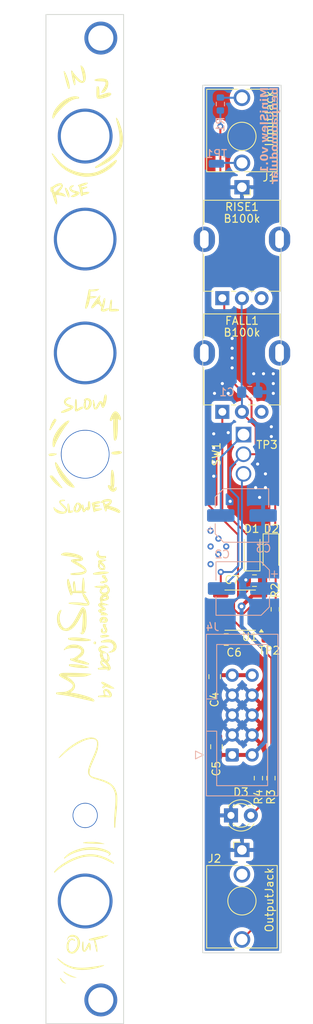
<source format=kicad_pcb>
(kicad_pcb (version 20240108) (generator "pcbnew") (generator_version "8.0")
  (title_block (title "MiniSlew") (rev "v0.1") (company "benjiaomodular") (comment 1 "Slew Limiter for Eurorack"))
  (layers (0 "F.Cu" signal) (31 "B.Cu" signal) (34 "B.Paste" user) (35 "F.Paste" user) (36 "B.SilkS" user "B.Silkscreen") (37 "F.SilkS" user "F.Silkscreen") (38 "B.Mask" user) (39 "F.Mask" user) (44 "Edge.Cuts" user))
  (net 0 "")
  (net 1 "GND")
  (net 2 "Net-(SW1-3)")
  (net 3 "Net-(SW1-4)")
  (net 4 "Net-(C3-Pad1)")
  (net 5 "+12V")
  (net 6 "-12V")
  (net 7 "Net-(D1-K)")
  (net 8 "Net-(D1-A)")
  (net 9 "Net-(D2-K)")
  (net 10 "Net-(D3-A)")
  (net 11 "Net-(J1-PadTN)")
  (net 12 "Net-(J1-PadT)")
  (net 14 "Net-(J2-PadT)")
  (net 15 "Net-(U1A-+)")
  (net 16 "Net-(U1A--)")
  (net 17 "Net-(U1B--)")
  (footprint "benjiaomodular:PanelHole_Potentiometer_RV09" (layer "F.Cu") (at 109.5 101.4 90)
    (property "Reference" "REF**" (hide yes))
    (property "Value" "PanelHole_Potentiometer_RV09" (hide yes))
    (pad "" np_thru_hole circle (at 7.5 2.5 180) (size 8 8) (drill 7.2) (layers "*.Cu" "*.Mask"))
  )
  (footprint "benjiaomodular:PanelHole_AudioJack_3.5mm" (layer "F.Cu") (at 112 72.78 180)
    (property "Reference" "REF**")
    (property "Value" "PanelHole_AudioJack_3.5mm")
    (pad "" np_thru_hole circle (at 0 6.5) (size 7 7) (drill 6.2) (layers "F&B.Cu" "*.Mask"))
  )
  (footprint "benjiaomodular:PanelHole_Potentiometer_RV09" (layer "F.Cu") (at 109.5 86.9 90)
    (property "Reference" "REF**" (hide yes))
    (property "Value" "PanelHole_Potentiometer_RV09" (hide yes))
    (pad "" np_thru_hole circle (at 7.5 2.5 180) (size 8 8) (drill 7.2) (layers "F&B.Cu" "*.Mask"))
  )
  (footprint "Diode_SMD:D_SOD-123" (layer "F.Cu") (at 133.3 119.3 90)
    (property "Reference" "D1" (at 3 -0.05 0) (layer "F.SilkS"))
    (property "Value" "BAT43")
    (pad "1" smd roundrect (at -1.65 0 90) (size 0.9 1.2) (layers "F.Cu" "F.Paste" "F.Mask") (net 7 "Net-(D1-K)"))
    (pad "2" smd roundrect (at 1.65 0 90) (size 0.9 1.2) (layers "F.Cu" "F.Paste" "F.Mask") (net 8 "Net-(D1-A)"))
  )
  (footprint "benjiaomodular:AudioJack_3.5mm" (layer "F.Cu") (at 132 72.8 180)
    (property "Reference" "J1" (at -3.5 1.25 0) (layer "F.SilkS"))
    (property "Value" "InputJack" (at -3.5 8.75 90) (layer "F.SilkS"))
    (pad "S" thru_hole rect (at 0 0) (size 1.93 1.83) (drill 1.22) (layers "*.Cu" "*.Mask") (net 1 "GND"))
    (pad "T" thru_hole circle (at 0 11.4) (size 2.13 2.13) (drill 1.43) (layers "*.Cu" "*.Mask") (net 12 "Net-(J1-PadT)"))
    (pad "TN" thru_hole circle (at 0 3.1) (size 2.13 2.13) (drill 1.42) (layers "*.Cu" "*.Mask") (net 11 "Net-(J1-PadTN)"))
  )
  (footprint "benjiaomodular:Panel_2HP" (layer "F.Cu") (at 107 50.8)
    (property "Reference" "REF**")
    (property "Value" "Panel_2HP")
    (pad "" thru_hole oval (at 7 3) (size 4.2 4.2) (drill oval 3.2) (layers "*.Cu" "*.Mask"))
    (pad "" thru_hole oval (at 7 125.5) (size 4.2 4.2) (drill oval 3.2) (layers "*.Cu" "*.Mask"))
  )
  (footprint "benjiaomodular:PanelHole_AudioJack_3.5mm" (layer "F.Cu") (at 112 157.2)
    (property "Reference" "REF**")
    (property "Value" "PanelHole_AudioJack_3.5mm")
    (pad "" np_thru_hole circle (at 0 6.5 180) (size 7 7) (drill 6.2) (layers "*.Cu" "*.Mask"))
  )
  (footprint "Resistor_SMD:R_0603_1608Metric" (layer "F.Cu") (at 134.1 148.05 90)
    (property "Reference" "R4" (at -2.4 0 90) (layer "F.SilkS"))
    (property "Value" "4.7k")
    (pad "1" smd roundrect (at -0.825 0 90) (size 0.8 0.95) (layers "F.Cu" "F.Paste" "F.Mask") (net 10 "Net-(D3-A)"))
    (pad "2" smd roundrect (at 0.825 0 90) (size 0.8 0.95) (layers "F.Cu" "F.Paste" "F.Mask") (net 17 "Net-(U1B--)"))
  )
  (footprint "Diode_SMD:D_SOD-123" (layer "F.Cu") (at 135.7 119.3 -90)
    (property "Reference" "D2" (at -3 -0.05 180) (layer "F.SilkS"))
    (property "Value" "BAT43")
    (pad "1" smd roundrect (at -1.65 0 270) (size 0.9 1.2) (layers "F.Cu" "F.Paste" "F.Mask") (net 9 "Net-(D2-K)"))
    (pad "2" smd roundrect (at 1.65 0 270) (size 0.9 1.2) (layers "F.Cu" "F.Paste" "F.Mask") (net 7 "Net-(D1-K)"))
  )
  (footprint "Connector_Wire:SolderWirePad_1x01_SMD_1x2mm" (layer "F.Cu") (at 134.75 106.8 90)
    (property "Reference" "TP3" (at 1.2 0.45 180) (layer "F.SilkS"))
    (property "Value" "TestPoint")
    (pad "1" smd roundrect (at 0 0 90) (size 1 2) (layers "F.Cu" "F.Paste" "F.Mask") (net 2 "Net-(SW1-3)"))
  )
  (footprint "LOGO" (layer "F.Cu") (at 112 114.6)
    (property "Reference" "G***" (hide yes))
    (property "Value" "LOGO" (hide yes))
  )
  (footprint "benjiaomodular:AudioJack_3.5mm" (layer "F.Cu") (at 132 157.2)
    (property "Reference" "J2" (at -3.5 1.1 0) (layer "F.SilkS"))
    (property "Value" "OutputJack" (at 3.5 6.35 90) (layer "F.SilkS"))
    (pad "S" thru_hole rect (at 0 0 180) (size 1.93 1.83) (drill 1.22) (layers "*.Cu" "*.Mask") (net 1 "GND"))
    (pad "T" thru_hole circle (at 0 11.4 180) (size 2.13 2.13) (drill 1.43) (layers "*.Cu" "*.Mask") (net 14 "Net-(J2-PadT)"))
    (pad "TN" thru_hole circle (at 0 3.1 180) (size 2.13 2.13) (drill 1.42) (layers "*.Cu" "*.Mask"))
  )
  (footprint "LED_THT:LED_D3.0mm" (layer "F.Cu") (at 130.6 152.8)
    (property "Reference" "D3" (at 1.27 -2.96 360) (layer "F.SilkS"))
    (property "Value" "LED")
    (pad "1" thru_hole rect (at 0 0) (size 1.8 1.8) (drill 0.9) (layers "*.Cu" "*.Mask") (net 1 "GND"))
    (pad "2" thru_hole circle (at 2.54 0) (size 1.8 1.8) (drill 0.9) (layers "*.Cu" "*.Mask") (net 10 "Net-(D3-A)"))
  )
  (footprint "Resistor_SMD:R_0603_1608Metric" (layer "F.Cu") (at 136.25 126.55 90)
    (property "Reference" "R2" (at 2.4 0 90) (layer "F.SilkS"))
    (property "Value" "100")
    (pad "1" smd roundrect (at -0.825 0 90) (size 0.8 0.95) (layers "F.Cu" "F.Paste" "F.Mask") (net 16 "Net-(U1A--)"))
    (pad "2" smd roundrect (at 0.825 0 90) (size 0.8 0.95) (layers "F.Cu" "F.Paste" "F.Mask") (net 7 "Net-(D1-K)"))
  )
  (footprint "Capacitor_SMD:C_0805_2012Metric_Pad1.18x1.45mm_HandSolder" (layer "F.Cu") (at 128.524 135.128 -90)
    (property "Reference" "C4" (at 2.922 0.024 90) (layer "F.SilkS"))
    (property "Value" "22uF")
    (pad "1" smd roundrect (at -1.0375 0 270) (size 1.175 1.45) (layers "F.Cu" "F.Paste" "F.Mask") (roundrect_rratio 0.212766) (net 5 "+12V"))
    (pad "2" smd roundrect (at 1.0375 0 270) (size 1.175 1.45) (layers "F.Cu" "F.Paste" "F.Mask") (roundrect_rratio 0.212766) (net 1 "GND"))
  )
  (footprint "Package_SO:SOIC-8_3.9x4.9mm_P1.27mm" (layer "F.Cu") (at 131.775 126.6575 180)
    (property "Reference" "U1" (at -1.225 -3.3925 180) (layer "F.SilkS"))
    (property "Value" "TL072")
    (pad "1" smd roundrect (at -2.475 -1.905 180) (size 1.95 0.6) (layers "F.Cu" "F.Paste" "F.Mask") (net 16 "Net-(U1A--)"))
    (pad "2" smd roundrect (at -2.475 -0.635 180) (size 1.95 0.6) (layers "F.Cu" "F.Paste" "F.Mask") (net 16 "Net-(U1A--)"))
    (pad "3" smd roundrect (at -2.475 0.635 180) (size 1.95 0.6) (layers "F.Cu" "F.Paste" "F.Mask") (net 15 "Net-(U1A-+)"))
    (pad "4" smd roundrect (at -2.475 1.905 180) (size 1.95 0.6) (layers "F.Cu" "F.Paste" "F.Mask") (net 6 "-12V"))
    (pad "5" smd roundrect (at 2.475 1.905 180) (size 1.95 0.6) (layers "F.Cu" "F.Paste" "F.Mask") (net 2 "Net-(SW1-3)"))
    (pad "6" smd roundrect (at 2.475 0.635 180) (size 1.95 0.6) (layers "F.Cu" "F.Paste" "F.Mask") (net 17 "Net-(U1B--)"))
    (pad "7" smd roundrect (at 2.475 -0.635 180) (size 1.95 0.6) (layers "F.Cu" "F.Paste" "F.Mask") (net 17 "Net-(U1B--)"))
    (pad "8" smd roundrect (at 2.475 -1.905 180) (size 1.95 0.6) (layers "F.Cu" "F.Paste" "F.Mask") (net 5 "+12V"))
  )
  (footprint "benjiaomodular:Potentiometer_RV09" (layer "F.Cu") (at 129.5 101.4 90)
    (property "Reference" "FALL1" (at 11.6 2.5 180) (layer "F.SilkS"))
    (property "Value" "B100k" (at 10.1 2.5 180) (layer "F.SilkS"))
    (pad "" thru_hole oval (at 7.5 -2.3 180) (size 2.72 3.24) (drill oval 1.1 2.3) (layers "*.Cu" "*.Mask"))
    (pad "" thru_hole oval (at 7.5 7.3 180) (size 2.72 3.24) (drill oval 1.1 2.3) (layers "*.Cu" "*.Mask"))
    (pad "1" thru_hole rect (at 0 0 180) (size 1.8 1.8) (drill 1) (layers "*.Cu" "*.Mask") (net 8 "Net-(D1-A)"))
    (pad "2" thru_hole circle (at 0 2.5 180) (size 1.8 1.8) (drill 1) (layers "*.Cu" "*.Mask") (net 2 "Net-(SW1-3)"))
    (pad "3" thru_hole circle (at 0 5 180) (size 1.8 1.8) (drill 1) (layers "*.Cu" "*.Mask"))
  )
  (footprint "Capacitor_SMD:C_0805_2012Metric_Pad1.18x1.45mm_HandSolder" (layer "F.Cu") (at 128.75 144.05 -90)
    (property "Reference" "C5" (at 2.794 0.024 90) (layer "F.SilkS"))
    (property "Value" "22uF")
    (pad "1" smd roundrect (at -1.0375 0 270) (size 1.175 1.45) (layers "F.Cu" "F.Paste" "F.Mask") (roundrect_rratio 0.212766) (net 1 "GND"))
    (pad "2" smd roundrect (at 1.0375 0 270) (size 1.175 1.45) (layers "F.Cu" "F.Paste" "F.Mask") (roundrect_rratio 0.212766) (net 6 "-12V"))
  )
  (footprint "Resistor_SMD:R_0603_1608Metric" (layer "F.Cu") (at 135.7 148.05 -90)
    (property "Reference" "R3" (at 2.4 0 90) (layer "F.SilkS"))
    (property "Value" "1k")
    (pad "1" smd roundrect (at -0.825 0 270) (size 0.8 0.95) (layers "F.Cu" "F.Paste" "F.Mask") (net 17 "Net-(U1B--)"))
    (pad "2" smd roundrect (at 0.825 0 270) (size 0.8 0.95) (layers "F.Cu" "F.Paste" "F.Mask") (net 14 "Net-(J2-PadT)"))
  )
  (footprint "benjiaomodular:ToggleSwitch_SMTS-102" (layer "F.Cu") (at 132.2 106.8)
    (property "Reference" "SW1" (at -3.45 0 90) (layer "F.SilkS"))
    (property "Value" "SW_SPDT_MSM" (hide yes))
    (pad "1" thru_hole rect (at 0 -2.5) (size 2 2) (drill oval 1.5) (layers "*.Cu" "*.Mask") (net 4 "Net-(C3-Pad1)"))
    (pad "2" thru_hole oval (at 0 0) (size 2 2) (drill oval 1.5) (layers "*.Cu" "*.Mask") (net 2 "Net-(SW1-3)"))
    (pad "3" thru_hole oval (at 0 2.5) (size 2 2) (drill oval 1.5) (layers "*.Cu" "*.Mask") (net 3 "Net-(SW1-4)"))
  )
  (footprint "Capacitor_SMD:C_0805_2012Metric_Pad1.18x1.45mm_HandSolder" (layer "F.Cu") (at 130 130.4)
    (property "Reference" "C6" (at 1 1.65 360) (layer "F.SilkS"))
    (property "Value" "100nF")
    (pad "1" smd roundrect (at -1.0375 0) (size 1.175 1.45) (layers "F.Cu" "F.Paste" "F.Mask") (roundrect_rratio 0.212766) (net 5 "+12V"))
    (pad "2" smd roundrect (at 1.0375 0) (size 1.175 1.45) (layers "F.Cu" "F.Paste" "F.Mask") (roundrect_rratio 0.212766) (net 1 "GND"))
  )
  (footprint "Connector_Wire:SolderWirePad_1x01_SMD_1x2mm" (layer "F.Cu") (at 135.5 130.3 90)
    (property "Reference" "TP2" (at -1.5 0 180) (layer "F.SilkS"))
    (property "Value" "TestPoint")
    (pad "1" smd roundrect (at 0 0 90) (size 1 2) (layers "F.Cu" "F.Paste" "F.Mask") (net 16 "Net-(U1A--)"))
  )
  (footprint "Capacitor_SMD:C_0805_2012Metric_Pad1.18x1.45mm_HandSolder" (layer "F.Cu") (at 133.6 122.9)
    (property "Reference" "C7" (at -2.85 -0.1 360) (layer "F.SilkS"))
    (property "Value" "100nF")
    (pad "1" smd roundrect (at -1.0375 0) (size 1.175 1.45) (layers "F.Cu" "F.Paste" "F.Mask") (roundrect_rratio 0.212766) (net 1 "GND"))
    (pad "2" smd roundrect (at 1.0375 0) (size 1.175 1.45) (layers "F.Cu" "F.Paste" "F.Mask") (roundrect_rratio 0.212766) (net 6 "-12V"))
  )
  (footprint "benjiaomodular:Potentiometer_RV09" (layer "F.Cu") (at 129.5 86.925 90)
    (property "Reference" "RISE1" (at 11.625 2.5 180) (layer "F.SilkS"))
    (property "Value" "B100k" (at 10.125 2.5 180) (layer "F.SilkS"))
    (pad "" thru_hole oval (at 7.5 -2.3 180) (size 2.72 3.24) (drill oval 1.1 2.3) (layers "*.Cu" "*.Mask"))
    (pad "" thru_hole oval (at 7.5 7.3 180) (size 2.72 3.24) (drill oval 1.1 2.3) (layers "*.Cu" "*.Mask"))
    (pad "1" thru_hole rect (at 0 0 180) (size 1.8 1.8) (drill 1) (layers "*.Cu" "*.Mask") (net 9 "Net-(D2-K)"))
    (pad "2" thru_hole circle (at 0 2.5 180) (size 1.8 1.8) (drill 1) (layers "*.Cu" "*.Mask") (net 2 "Net-(SW1-3)"))
    (pad "3" thru_hole circle (at 0 5 180) (size 1.8 1.8) (drill 1) (layers "*.Cu" "*.Mask"))
  )
  (footprint "Capacitor_SMD:CP_Elec_6.3x5.8" (layer "B.Cu") (at 132.1 123.9 180)
    (property "Reference" "C2" (at 2.6 4.35 0) (layer "B.SilkS") (effects (justify mirror)))
    (property "Value" "1uF")
    (pad "1" smd roundrect (at -2.7 0 180) (size 3.5 1.6) (layers "B.Cu" "B.Paste" "B.Mask") (roundrect_rratio 0.15625) (net 1 "GND"))
    (pad "2" smd roundrect (at 2.7 0 180) (size 3.5 1.6) (layers "B.Cu" "B.Paste" "B.Mask") (roundrect_rratio 0.15625) (net 3 "Net-(SW1-4)"))
  )
  (footprint "Connector_IDC:IDC-Header_2x05_P2.54mm_Vertical" (layer "B.Cu") (at 130.76 145.1)
    (property "Reference" "J4" (at -2.51 -16.3 0) (layer "B.SilkS") (effects (justify mirror)))
    (property "Value" "Conn_01x10_Pin")
    (pad "1" thru_hole roundrect (at 0 0) (size 1.7 1.7) (drill 1) (layers "*.Cu" "*.Mask") (roundrect_rratio 0.147059) (net 6 "-12V"))
    (pad "2" thru_hole circle (at 2.54 0) (size 1.7 1.7) (drill 1) (layers "*.Cu" "*.Mask") (net 6 "-12V"))
    (pad "3" thru_hole circle (at 0 -2.54) (size 1.7 1.7) (drill 1) (layers "*.Cu" "*.Mask") (net 1 "GND"))
    (pad "4" thru_hole circle (at 2.54 -2.54) (size 1.7 1.7) (drill 1) (layers "*.Cu" "*.Mask") (net 1 "GND"))
    (pad "5" thru_hole circle (at 0 -5.08) (size 1.7 1.7) (drill 1) (layers "*.Cu" "*.Mask") (net 1 "GND"))
    (pad "6" thru_hole circle (at 2.54 -5.08) (size 1.7 1.7) (drill 1) (layers "*.Cu" "*.Mask") (net 1 "GND"))
    (pad "7" thru_hole circle (at 0 -7.62) (size 1.7 1.7) (drill 1) (layers "*.Cu" "*.Mask") (net 1 "GND"))
    (pad "8" thru_hole circle (at 2.54 -7.62) (size 1.7 1.7) (drill 1) (layers "*.Cu" "*.Mask") (net 1 "GND"))
    (pad "9" thru_hole circle (at 0 -10.16) (size 1.7 1.7) (drill 1) (layers "*.Cu" "*.Mask") (net 5 "+12V"))
    (pad "10" thru_hole circle (at 2.54 -10.16) (size 1.7 1.7) (drill 1) (layers "*.Cu" "*.Mask") (net 5 "+12V"))
  )
  (footprint "Capacitor_SMD:CP_Elec_6.3x5.8" (layer "B.Cu") (at 132 114.6)
    (property "Reference" "C3" (at 2.75 4.2 180) (layer "B.SilkS") (effects (justify mirror)))
    (property "Value" "10uF")
    (pad "1" smd roundrect (at -2.7 0) (size 3.5 1.6) (layers "B.Cu" "B.Paste" "B.Mask") (roundrect_rratio 0.15625) (net 4 "Net-(C3-Pad1)"))
    (pad "2" smd roundrect (at 2.7 0) (size 3.5 1.6) (layers "B.Cu" "B.Paste" "B.Mask") (roundrect_rratio 0.15625) (net 1 "GND"))
  )
  (footprint "Capacitor_SMD:C_0805_2012Metric_Pad1.18x1.45mm_HandSolder" (layer "B.Cu") (at 133 98.9)
    (property "Reference" "C1" (at -2.9 0 360) (layer "B.SilkS") (effects (justify mirror)))
    (property "Value" "10nF")
    (pad "1" smd roundrect (at -1.0375 0) (size 1.175 1.45) (layers "B.Cu" "B.Paste" "B.Mask") (roundrect_rratio 0.212766) (net 2 "Net-(SW1-3)"))
    (pad "2" smd roundrect (at 1.0375 0) (size 1.175 1.45) (layers "B.Cu" "B.Paste" "B.Mask") (roundrect_rratio 0.212766) (net 1 "GND"))
  )
  (footprint "Resistor_SMD:R_0603_1608Metric" (layer "B.Cu") (at 129.25 62.2 -90)
    (property "Reference" "R1" (at 2.6 0 90) (layer "B.SilkS") (effects (justify mirror)))
    (property "Value" "10k")
    (pad "1" smd roundrect (at -0.825 0 270) (size 0.8 0.95) (layers "B.Cu" "B.Paste" "B.Mask") (net 12 "Net-(J1-PadT)"))
    (pad "2" smd roundrect (at 0.825 0 270) (size 0.8 0.95) (layers "B.Cu" "B.Paste" "B.Mask") (net 15 "Net-(U1A-+)"))
  )
  (footprint "Connector_Wire:SolderWirePad_1x01_SMD_1x2mm" (layer "B.Cu") (at 128.75 69.8 -90)
    (property "Reference" "TP1" (at -1.25 0 180) (layer "B.SilkS") (effects (justify mirror)))
    (property "Value" "TestPoint")
    (pad "1" smd roundrect (at 0 0 270) (size 1 2) (layers "B.Cu" "B.Paste" "B.Mask") (net 11 "Net-(J1-PadTN)"))
  )
  (gr_rect (start 107 50.8) (end 116.906 179.324) (stroke (width 0.1)) (fill none) (layer "Edge.Cuts"))
  (gr_rect (start 127 59.8) (end 137 170.3) (stroke (width 0.1)) (fill none) (layer "Edge.Cuts"))
  (gr_text "MiniSlew v0.1" (at 135.5 60.05 90) (layer "B.SilkS") (effects (font (size 1 1) (thickness 0.25) (bold yes)) (justify left bottom mirror)))
  (gr_text "benjiaomodular" (at 136.75 60.05 90) (layer "B.SilkS") (effects (font (size 1 1) (thickness 0.25) (bold yes)) (justify left bottom mirror)))
  (via (at 128 116.55) (size 0.8) (drill 0.4) (layers "F.Cu" "B.Cu") (net 0))
  (via (at 112 152.8) (size 3.2) (drill 3) (layers "F.Cu" "B.Cu") (net 0))
  (via (at 129 119.55) (size 0.8) (drill 0.4) (layers "F.Cu" "B.Cu") (net 0))
  (via (at 130 118.55) (size 0.8) (drill 0.4) (layers "F.Cu" "B.Cu") (net 0))
  (via (at 128 118.55) (size 0.8) (drill 0.4) (layers "F.Cu" "B.Cu") (net 0))
  (via (at 112 106.8) (size 6.2) (drill 6) (layers "F.Cu" "B.Cu") (net 0))
  (via (at 128 120.8) (size 0.8) (drill 0.4) (layers "F.Cu" "B.Cu") (net 0))
  (via (at 129 117.55) (size 0.8) (drill 0.4) (layers "F.Cu" "B.Cu") (net 0))
  (via (at 135.75 103.3) (size 0.8) (drill 0.4) (layers "F.Cu" "B.Cu") (net 1))
  (via (at 128.4 107.8) (size 0.8) (drill 0.4) (layers "F.Cu" "B.Cu") (net 1))
  (via (at 136 97.8) (size 0.8) (drill 0.4) (layers "F.Cu" "B.Cu") (net 1))
  (via (at 135 109.3) (size 0.8) (drill 0.4) (layers "F.Cu" "B.Cu") (net 1))
  (via (at 129.5 97.8) (size 0.8) (drill 0.4) (layers "F.Cu" "B.Cu") (net 1))
  (via (at 130.25 104.05) (size 0.8) (drill 0.4) (layers "F.Cu" "B.Cu") (net 1))
  (via (at 130.75 92.05) (size 0.8) (drill 0.4) (layers "F.Cu" "B.Cu") (net 1))
  (via (at 136 96.55) (size 0.8) (drill 0.4) (layers "F.Cu" "B.Cu") (net 1))
  (via (at 134 108.05) (size 0.8) (drill 0.4) (layers "F.Cu" "B.Cu") (net 1))
  (via (at 136 99.05) (size 0.8) (drill 0.4) (layers "F.Cu" "B.Cu") (net 1))
  (via (at 130.75 93.3) (size 0.8) (drill 0.4) (layers "F.Cu" "B.Cu") (net 1))
  (via (at 134.75 96.55) (size 0.8) (drill 0.4) (layers "F.Cu" "B.Cu") (net 1))
  (via (at 135 111.05) (size 0.8) (drill 0.4) (layers "F.Cu" "B.Cu") (net 1))
  (via (at 128.4 109.6) (size 0.8) (drill 0.4) (layers "F.Cu" "B.Cu") (net 1))
  (via (at 130.75 94.55) (size 0.8) (drill 0.4) (layers "F.Cu" "B.Cu") (net 1))
  (via (at 130.75 95.8) (size 0.8) (drill 0.4) (layers "F.Cu" "B.Cu") (net 1))
  (via (at 133.75 111.05) (size 0.8) (drill 0.4) (layers "F.Cu" "B.Cu") (net 1))
  (via (at 135.75 104.55) (size 0.8) (drill 0.4) (layers "F.Cu" "B.Cu") (net 1))
  (via (at 134.25 112.3) (size 0.8) (drill 0.4) (layers "F.Cu" "B.Cu") (net 1))
  (via (at 130.25 99.05) (size 0.8) (drill 0.4) (layers "F.Cu" "B.Cu") (net 1))
  (via (at 128.4 106) (size 0.8) (drill 0.4) (layers "F.Cu" "B.Cu") (net 1))
  (via (at 130.5 112.8) (size 0.8) (drill 0.4) (layers "F.Cu" "B.Cu") (net 1))
  (via (at 132.5 122.8) (size 0.8) (drill 0.4) (layers "F.Cu" "B.Cu") (net 1))
  (via (at 133.5 96.55) (size 0.8) (drill 0.4) (layers "F.Cu" "B.Cu") (net 1))
  (via (at 128.4 104.2) (size 0.8) (drill 0.4) (layers "F.Cu" "B.Cu") (net 1))
  (via (at 128.5 99.05) (size 0.8) (drill 0.4) (layers "F.Cu" "B.Cu") (net 1))
  (segment (start 133.75 106.05) (end 134.5 106.8) (width 0.25) (layer "F.Cu") (net 2))
  (segment (start 129.3 121.8) (end 129.3 124.7525) (width 0.25) (layer "F.Cu") (net 2))
  (segment (start 133.75 103.3) (end 133.75 106.05) (width 0.25) (layer "F.Cu") (net 2))
  (segment (start 132 101.55) (end 133.75 103.3) (width 0.25) (layer "F.Cu") (net 2))
  (segment (start 132 101.4) (end 132 101.55) (width 0.25) (layer "F.Cu") (net 2))
  (segment (start 134.5 106.8) (end 132.2 106.8) (width 0.25) (layer "F.Cu") (net 2))
  (via (at 129.3 121.8) (size 0.8) (drill 0.4) (layers "F.Cu" "B.Cu") (net 2))
  (segment (start 129.3 121.8) (end 130.75 121.8) (width 0.25) (layer "B.Cu") (net 2))
  (segment (start 132 101.4) (end 132 98.9375) (width 0.25) (layer "B.Cu") (net 2))
  (segment (start 131.55 112.35) (end 130.5 111.3) (width 0.25) (layer "B.Cu") (net 2))
  (segment (start 130.75 121.8) (end 131.55 121) (width 0.25) (layer "B.Cu") (net 2))
  (segment (start 131.9625 98.9) (end 131.9625 86.9625) (width 0.25) (layer "B.Cu") (net 2))
  (segment (start 131.55 121) (end 131.55 112.35) (width 0.25) (layer "B.Cu") (net 2))
  (segment (start 130.5 108.5) (end 132.2 106.8) (width 0.25) (layer "B.Cu") (net 2))
  (segment (start 132 98.9375) (end 131.9625 98.9) (width 0.25) (layer "B.Cu") (net 2))
  (segment (start 131.9625 86.9625) (end 132 86.925) (width 0.25) (layer "B.Cu") (net 2))
  (segment (start 130.5 111.3) (end 130.5 108.5) (width 0.25) (layer "B.Cu") (net 2))
  (segment (start 132 109.5) (end 132 121.3) (width 0.25) (layer "B.Cu") (net 3))
  (segment (start 132.2 109.3) (end 132 109.5) (width 0.25) (layer "B.Cu") (net 3))
  (segment (start 132 121.3) (end 129.4 123.9) (width 0.25) (layer "B.Cu") (net 3))
  (segment (start 132.2 104.3) (end 129.3 107.2) (width 0.25) (layer "B.Cu") (net 4))
  (segment (start 129.3 107.2) (end 129.3 114.6) (width 0.25) (layer "B.Cu") (net 4))
  (segment (start 129.3 128.5625) (end 129.3 130.0625) (width 0.5) (layer "F.Cu") (net 5))
  (segment (start 129.3735 134.94) (end 128.524 134.0905) (width 0.5) (layer "F.Cu") (net 5))
  (segment (start 128.9625 130.4) (end 128.9625 133.652) (width 0.5) (layer "F.Cu") (net 5))
  (segment (start 128.9625 133.652) (end 128.524 134.0905) (width 0.5) (layer "F.Cu") (net 5))
  (segment (start 129.3 130.0625) (end 128.9625 130.4) (width 0.5) (layer "F.Cu") (net 5))
  (segment (start 133.3 134.94) (end 129.3735 134.94) (width 0.5) (layer "F.Cu") (net 5))
  (segment (start 133.380772 124.7525) (end 134.25 124.7525) (width 0.5) (layer "F.Cu") (net 6))
  (segment (start 134.6375 122.9) (end 134.6375 124.365) (width 0.5) (layer "F.Cu") (net 6))
  (segment (start 131.954136 126.179136) (end 133.380772 124.7525) (width 0.5) (layer "F.Cu") (net 6))
  (segment (start 133.3 145.1) (end 129.3305 145.1) (width 0.5) (layer "F.Cu") (net 6))
  (segment (start 134.6375 124.365) (end 134.25 124.7525) (width 0.5) (layer "F.Cu") (net 6))
  (via (at 131.954136 126.179136) (size 1) (drill 0.5) (layers "F.Cu" "B.Cu") (net 6))
  (segment (start 131.954136 128.754136) (end 135 131.8) (width 0.5) (layer "B.Cu") (net 6))
  (segment (start 131.954136 126.179136) (end 131.954136 128.754136) (width 0.5) (layer "B.Cu") (net 6))
  (segment (start 135 131.8) (end 135 143.4) (width 0.5) (layer "B.Cu") (net 6))
  (segment (start 135 143.4) (end 133.3 145.1) (width 0.5) (layer "B.Cu") (net 6))
  (segment (start 133.3 120.95) (end 135.7 120.95) (width 0.25) (layer "F.Cu") (net 7))
  (segment (start 136.25 125.725) (end 136.3 125.675) (width 0.25) (layer "F.Cu") (net 7))
  (segment (start 136.3 125.675) (end 136.3 121.55) (width 0.25) (layer "F.Cu") (net 7))
  (segment (start 136.3 121.55) (end 135.7 120.95) (width 0.25) (layer "F.Cu") (net 7))
  (segment (start 129.5 113.85) (end 133.3 117.65) (width 0.25) (layer "F.Cu") (net 8))
  (segment (start 129.5 101.4) (end 129.5 113.85) (width 0.25) (layer "F.Cu") (net 8))
  (segment (start 134.25 103.163604) (end 134.25 104.3) (width 0.25) (layer "F.Cu") (net 9))
  (segment (start 133.225 102.138604) (end 134.25 103.163604) (width 0.25) (layer "F.Cu") (net 9))
  (segment (start 136.25 117.1) (end 135.7 117.65) (width 0.25) (layer "F.Cu") (net 9))
  (segment (start 136.25 106.3) (end 136.25 117.1) (width 0.25) (layer "F.Cu") (net 9))
  (segment (start 129.75 96.55) (end 133.225 100.025) (width 0.25) (layer "F.Cu") (net 9))
  (segment (start 129.75 87.175) (end 129.75 96.55) (width 0.25) (layer "F.Cu") (net 9))
  (segment (start 129.5 86.925) (end 129.75 87.175) (width 0.25) (layer "F.Cu") (net 9))
  (segment (start 133.225 100.025) (end 133.225 102.138604) (width 0.25) (layer "F.Cu") (net 9))
  (segment (start 134.25 104.3) (end 136.25 106.3) (width 0.25) (layer "F.Cu") (net 9))
  (segment (start 134.1 151.84) (end 133.14 152.8) (width 0.25) (layer "F.Cu") (net 10))
  (segment (start 134.1 148.875) (end 134.1 151.84) (width 0.25) (layer "F.Cu") (net 10))
  (segment (start 128.85 69.7) (end 128.75 69.8) (width 0.25) (layer "B.Cu") (net 11))
  (segment (start 132 69.7) (end 128.85 69.7) (width 0.25) (layer "B.Cu") (net 11))
  (segment (start 129.275 61.4) (end 129.25 61.375) (width 0.25) (layer "B.Cu") (net 12))
  (segment (start 132 61.4) (end 129.275 61.4) (width 0.25) (layer "B.Cu") (net 12))
  (segment (start 135.7 164.9) (end 132 168.6) (width 0.25) (layer "F.Cu") (net 14))
  (segment (start 135.7 148.875) (end 135.7 164.9) (width 0.25) (layer "F.Cu") (net 14))
  (segment (start 133.2775 126.0225) (end 132.25 127.05) (width 0.25) (layer "F.Cu") (net 15))
  (segment (start 127.5 90.55) (end 127.5 82.8) (width 0.25) (layer "F.Cu") (net 15))
  (segment (start 131.5 127.05) (end 131 126.55) (width 0.25) (layer "F.Cu") (net 15))
  (segment (start 131 126.55) (end 131 125.633273) (width 0.25) (layer "F.Cu") (net 15))
  (segment (start 131 125.633273) (end 131.5 125.133273) (width 0.25) (layer "F.Cu") (net 15))
  (segment (start 131.5 117.05) (end 127.5 113.05) (width 0.25) (layer "F.Cu") (net 15))
  (segment (start 132.25 127.05) (end 131.5 127.05) (width 0.25) (layer "F.Cu") (net 15))
  (segment (start 131.5 125.133273) (end 131.5 117.05) (width 0.25) (layer "F.Cu") (net 15))
  (segment (start 127.5 97.55) (end 129.25 95.8) (width 0.25) (layer "F.Cu") (net 15))
  (segment (start 127.5 82.8) (end 129.25 81.05) (width 0.25) (layer "F.Cu") (net 15))
  (segment (start 129.25 95.8) (end 129.25 92.3) (width 0.25) (layer "F.Cu") (net 15))
  (segment (start 127.5 113.05) (end 127.5 97.55) (width 0.25) (layer "F.Cu") (net 15))
  (segment (start 129.25 81.05) (end 129.25 65.05) (width 0.25) (layer "F.Cu") (net 15))
  (segment (start 129.25 92.3) (end 127.5 90.55) (width 0.25) (layer "F.Cu") (net 15))
  (segment (start 134.25 126.0225) (end 133.2775 126.0225) (width 0.25) (layer "F.Cu") (net 15))
  (via (at 129.25 65.05) (size 0.8) (drill 0.4) (layers "F.Cu" "B.Cu") (net 15))
  (segment (start 129.25 63.025) (end 129.25 65.05) (width 0.25) (layer "B.Cu") (net 15))
  (segment (start 135.7375 128.5625) (end 134.25 128.5625) (width 0.25) (layer "F.Cu") (net 16))
  (segment (start 134.25 127.2925) (end 134.25 128.5625) (width 0.25) (layer "F.Cu") (net 16))
  (segment (start 134.25 128.5625) (end 134.25 129.05) (width 0.25) (layer "F.Cu") (net 16))
  (segment (start 134.25 129.05) (end 135.5 130.3) (width 0.25) (layer "F.Cu") (net 16))
  (segment (start 136.25 128.05) (end 135.7375 128.5625) (width 0.25) (layer "F.Cu") (net 16))
  (segment (start 136.25 127.375) (end 136.25 128.05) (width 0.25) (layer "F.Cu") (net 16))
  (segment (start 135.75 147.175) (end 135.75 132.767501) (width 0.25) (layer "F.Cu") (net 17))
  (segment (start 129.3 126.0225) (end 129.3 127.2925) (width 0.25) (layer "F.Cu") (net 17))
  (segment (start 135.7 147.225) (end 134.1 147.225) (width 0.25) (layer "F.Cu") (net 17))
  (segment (start 135.7 147.225) (end 135.75 147.175) (width 0.25) (layer "F.Cu") (net 17))
  (segment (start 135.75 132.767501) (end 130.274999 127.2925) (width 0.25) (layer "F.Cu") (net 17))
  (segment (start 130.274999 127.2925) (end 129.3 127.2925) (width 0.25) (layer "F.Cu") (net 17))
  (zone (net 1) (net_name "GND") (layer "F.Cu") (connect_pads (clearance 0.5)) (min_thickness 0.25) (fill yes (thermal_gap 0.5) (thermal_bridge_width 0.5))
    (polygon (pts (xy 127.25 60.05) (xy 136.75 60.05) (xy 136.75 170.05) (xy 127.25 170.05)))
  )
  (zone (net 1) (net_name "GND") (layer "B.Cu") (priority 1) (connect_pads (clearance 0.5)) (min_thickness 0.25) (fill yes (thermal_gap 0.5) (thermal_bridge_width 0.5))
    (polygon (pts (xy 127.25 60.05) (xy 136.75 60.05) (xy 136.75 170.05) (xy 127.25 170.05)))
  )
)
</source>
